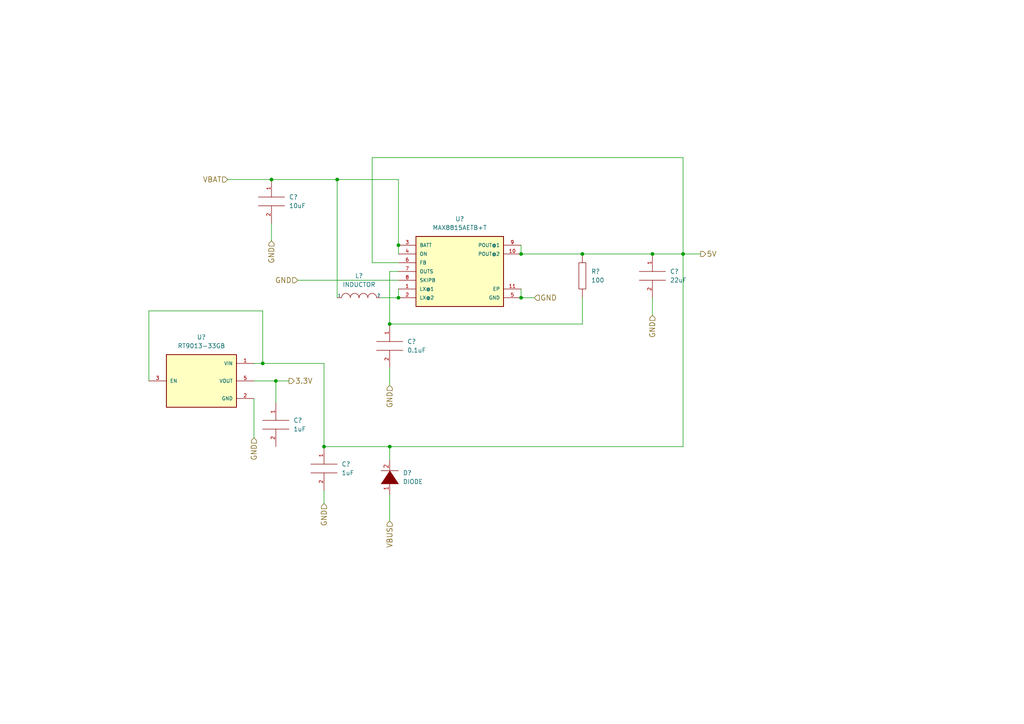
<source format=kicad_sch>
(kicad_sch (version 20211123) (generator eeschema)
  (paper "A4")
  (lib_symbols
    (symbol "MAX8815AETB_T:MAX8815AETB+T" (pin_names (offset 1.016))
      (property "Reference" "U" (at -12.7026 10.1621 0))
      (property "Value" "MAX8815AETB+T" (at -12.7164 -12.7164 0))
      (symbol "MAX8815AETB+T_0_0"
        (rectangle (start -12.7 -10.16) (end 12.7 10.16) (stroke (width 0.254)) (fill (type background)))
        (pin passive line (at -17.78 -5.08 0) (length 5.08) (name "LX@1") (number "1"))
        (pin output line (at 17.78 5.08 180) (length 5.08) (name "POUT@2") (number "10"))
        (pin power_in line (at 17.78 -5.08 180) (length 5.08) (name "EP") (number "11"))
        (pin passive line (at -17.78 -7.62 0) (length 5.08) (name "LX@2") (number "2"))
        (pin input line (at -17.78 7.62 0) (length 5.08) (name "BATT") (number "3"))
        (pin input line (at -17.78 5.08 0) (length 5.08) (name "ON") (number "4"))
        (pin power_in line (at 17.78 -7.62 180) (length 5.08) (name "GND") (number "5"))
        (pin input line (at -17.78 2.54 0) (length 5.08) (name "FB") (number "6"))
        (pin input line (at -17.78 0 0) (length 5.08) (name "OUTS") (number "7"))
        (pin input line (at -17.78 -2.54 0) (length 5.08) (name "SKIPB") (number "8"))
        (pin output line (at 17.78 7.62 180) (length 5.08) (name "POUT@1") (number "9"))
      )
    )
    (symbol "RT9013-33GB:RT9013-33GB" (pin_names (offset 1.016))
      (property "Reference" "U" (at -10.16 8.89 0))
      (property "Value" "RT9013-33GB" (at -10.16 -8.89 0))
      (symbol "RT9013-33GB_0_0"
        (rectangle (start -10.16 -7.62) (end 10.16 7.62) (stroke (width 0.254)) (fill (type background)))
        (pin power_in line (at 15.24 5.08 180) (length 5.08) (name "VIN") (number "1"))
        (pin power_in line (at 15.24 -5.08 180) (length 5.08) (name "GND") (number "2"))
        (pin input line (at -15.24 0 0) (length 5.08) (name "EN") (number "3"))
        (pin output line (at 15.24 0 180) (length 5.08) (name "VOUT") (number "5"))
      )
    )
    (symbol "pspice:C" (pin_names (offset 0.254))
      (property "Reference" "C" (at 2.54 3.81 90))
      (property "Value" "C" (at 2.54 -3.81 90))
      (symbol "C_0_1"
        (polyline (pts (xy -3.81 -1.27) (xy 3.81 -1.27)))
        (polyline (pts (xy -3.81 1.27) (xy 3.81 1.27)))
      )
      (symbol "C_1_1"
        (pin passive line (at 0 6.35 270) (length 5.08) (name "~") (number "1"))
        (pin passive line (at 0 -6.35 90) (length 5.08) (name "~") (number "2"))
      )
    )
    (symbol "pspice:DIODE" (pin_names (offset 1.016) hide)
      (property "Reference" "D" (at 0 3.81 0))
      (property "Value" "DIODE" (at 0 -4.445 0))
      (symbol "DIODE_0_1"
        (polyline (pts (xy 1.905 2.54) (xy 1.905 -2.54)))
        (polyline (pts (xy -1.905 2.54) (xy -1.905 -2.54) (xy 1.905 0)) (fill (type outline)))
      )
      (symbol "DIODE_1_1"
        (pin input line (at -5.08 0 0) (length 3.81) (name "K") (number "1"))
        (pin input line (at 5.08 0 180) (length 3.81) (name "A") (number "2"))
      )
    )
    (symbol "pspice:INDUCTOR" (pin_numbers hide) (pin_names (offset 0))
      (property "Reference" "L" (at 0 2.54 0))
      (property "Value" "INDUCTOR" (at 0 -1.27 0))
      (symbol "INDUCTOR_0_1"
        (arc (start -2.54 0) (mid -3.81 1.27) (end -5.08 0))
        (arc (start 0 0) (mid -1.27 1.27) (end -2.54 0))
        (arc (start 2.54 0) (mid 1.27 1.27) (end 0 0))
        (arc (start 5.08 0) (mid 3.81 1.27) (end 2.54 0))
      )
      (symbol "INDUCTOR_1_1"
        (pin input line (at -6.35 0 0) (length 1.27) (name "1") (number "1"))
        (pin input line (at 6.35 0 180) (length 1.27) (name "2") (number "2"))
      )
    )
    (symbol "pspice:R" (pin_numbers hide) (pin_names (offset 0))
      (property "Reference" "R" (at 2.032 0 90))
      (property "Value" "R" (at 0 0 90))
      (symbol "R_0_1"
        (rectangle (start -1.016 3.81) (end 1.016 -3.81))
      )
      (symbol "R_1_1"
        (pin passive line (at 0 6.35 270) (length 2.54) (name "~") (number "1"))
        (pin passive line (at 0 -6.35 90) (length 2.54) (name "~") (number "2"))
      )
    )
  )
  (junction (at 93.98 129.54))
  (junction (at 113.03 129.54))
  (junction (at 115.57 86.36))
  (junction (at 189.23 73.66))
  (junction (at 113.03 93.98))
  (junction (at 97.79 52.07))
  (junction (at 80.01 110.49))
  (junction (at 76.2 105.41))
  (junction (at 198.12 73.66))
  (junction (at 151.13 73.66))
  (junction (at 78.74 52.07))
  (junction (at 151.13 86.36))
  (junction (at 168.91 73.66))
  (junction (at 115.57 71.12))
  (wire (pts (xy 113.03 129.54) (xy 113.03 133.35)))
  (wire (pts (xy 107.95 76.2) (xy 107.95 45.72)))
  (wire (pts (xy 189.23 86.36) (xy 189.23 91.44)))
  (wire (pts (xy 43.18 110.49) (xy 43.18 90.17)))
  (wire (pts (xy 76.2 105.41) (xy 93.98 105.41)))
  (wire (pts (xy 151.13 71.12) (xy 151.13 73.66)))
  (wire (pts (xy 115.57 83.82) (xy 115.57 86.36)))
  (wire (pts (xy 115.57 76.2) (xy 107.95 76.2)))
  (wire (pts (xy 168.91 73.66) (xy 189.23 73.66)))
  (wire (pts (xy 80.01 110.49) (xy 80.01 116.84)))
  (wire (pts (xy 97.79 52.07) (xy 115.57 52.07)))
  (wire (pts (xy 93.98 142.24) (xy 93.98 146.05)))
  (wire (pts (xy 93.98 105.41) (xy 93.98 129.54)))
  (wire (pts (xy 86.36 81.28) (xy 115.57 81.28)))
  (wire (pts (xy 113.03 129.54) (xy 198.12 129.54)))
  (wire (pts (xy 76.2 90.17) (xy 76.2 105.41)))
  (wire (pts (xy 113.03 78.74) (xy 115.57 78.74)))
  (wire (pts (xy 198.12 45.72) (xy 198.12 73.66)))
  (wire (pts (xy 93.98 129.54) (xy 113.03 129.54)))
  (wire (pts (xy 113.03 106.68) (xy 113.03 111.76)))
  (wire (pts (xy 78.74 52.07) (xy 97.79 52.07)))
  (wire (pts (xy 151.13 73.66) (xy 168.91 73.66)))
  (wire (pts (xy 198.12 73.66) (xy 203.2 73.66)))
  (wire (pts (xy 107.95 45.72) (xy 198.12 45.72)))
  (wire (pts (xy 43.18 90.17) (xy 76.2 90.17)))
  (wire (pts (xy 73.66 110.49) (xy 80.01 110.49)))
  (wire (pts (xy 110.49 86.36) (xy 115.57 86.36)))
  (wire (pts (xy 113.03 93.98) (xy 113.03 78.74)))
  (wire (pts (xy 73.66 105.41) (xy 76.2 105.41)))
  (wire (pts (xy 113.03 143.51) (xy 113.03 151.13)))
  (wire (pts (xy 115.57 52.07) (xy 115.57 71.12)))
  (wire (pts (xy 151.13 86.36) (xy 154.94 86.36)))
  (wire (pts (xy 189.23 73.66) (xy 198.12 73.66)))
  (wire (pts (xy 80.01 110.49) (xy 83.82 110.49)))
  (wire (pts (xy 78.74 64.77) (xy 78.74 69.85)))
  (wire (pts (xy 73.66 115.57) (xy 73.66 127)))
  (wire (pts (xy 66.04 52.07) (xy 78.74 52.07)))
  (wire (pts (xy 97.79 52.07) (xy 97.79 86.36)))
  (wire (pts (xy 168.91 93.98) (xy 113.03 93.98)))
  (wire (pts (xy 115.57 71.12) (xy 115.57 73.66)))
  (wire (pts (xy 168.91 86.36) (xy 168.91 93.98)))
  (wire (pts (xy 151.13 83.82) (xy 151.13 86.36)))
  (wire (pts (xy 198.12 129.54) (xy 198.12 73.66)))
  (hierarchical_label "GND" (shape input) (at 86.36 81.28 180) (effects (font (size 1.524 1.524))))
  (hierarchical_label "GND" (shape input) (at 78.74 69.85 270) (effects (font (size 1.524 1.524))))
  (hierarchical_label "GND" (shape input) (at 73.66 127 270) (effects (font (size 1.524 1.524))))
  (hierarchical_label "GND" (shape input) (at 93.98 146.05 270) (effects (font (size 1.524 1.524))))
  (hierarchical_label "GND" (shape input) (at 113.03 111.76 270) (effects (font (size 1.524 1.524))))
  (hierarchical_label "VBUS" (shape input) (at 113.03 151.13 270) (effects (font (size 1.524 1.524))))
  (hierarchical_label "3.3V" (shape output) (at 83.82 110.49 0) (effects (font (size 1.524 1.524))))
  (hierarchical_label "5V" (shape output) (at 203.2 73.66 0) (effects (font (size 1.524 1.524))))
  (hierarchical_label "GND" (shape input) (at 154.94 86.36 0) (effects (font (size 1.524 1.524))))
  (hierarchical_label "GND" (shape input) (at 189.23 91.44 270) (effects (font (size 1.524 1.524))))
  (hierarchical_label "VBAT" (shape input) (at 66.04 52.07 180) (effects (font (size 1.524 1.524))))
  (symbol (lib_id "pspice:INDUCTOR") (at 104.14 86.36 0) (unit 1)
    (property "Reference" "L?" (at 104.14 80.01 0))
    (property "Value" "INDUCTOR" (at 104.14 82.55 0))
  )
  (symbol (lib_id "RT9013-33GB:RT9013-33GB") (at 58.42 110.49 0) (unit 1)
    (property "Reference" "U?" (at 58.42 97.79 0))
    (property "Value" "RT9013-33GB" (at 58.42 100.33 0))
    (property "Footprint" "SOT94P279X129-5N" (effects hide))
    (property "MANUFACTURER" "Richtek Technology" (effects hide))
    (property "PARTREV" "Aprill 2011" (effects hide))
    (property "MAXIMUM_PACKAGE_HEIGHT" "1.295 mm" (effects hide))
    (property "STANDARD" "IPC 7351B" (effects hide))
  )
  (symbol (lib_id "pspice:C") (at 93.98 135.89 0) (unit 1)
    (property "Reference" "C?" (at 99.06 134.6199 0) (effects (justify left)))
    (property "Value" "1uF" (at 99.06 137.1599 0) (effects (justify left)))
  )
  (symbol (lib_id "pspice:C") (at 78.74 58.42 0) (unit 1)
    (property "Reference" "C?" (at 83.82 57.1499 0) (effects (justify left)))
    (property "Value" "10uF" (at 83.82 59.6899 0) (effects (justify left)))
  )
  (symbol (lib_id "pspice:C") (at 113.03 100.33 0) (unit 1)
    (property "Reference" "C?" (at 118.11 99.0599 0) (effects (justify left)))
    (property "Value" "0.1uF" (at 118.11 101.5999 0) (effects (justify left)))
  )
  (symbol (lib_id "pspice:C") (at 189.23 80.01 0) (unit 1)
    (property "Reference" "C?" (at 194.31 78.7399 0) (effects (justify left)))
    (property "Value" "22uF" (at 194.31 81.2799 0) (effects (justify left)))
  )
  (symbol (lib_id "pspice:R") (at 168.91 80.01 0) (unit 1)
    (property "Reference" "R?" (at 171.45 78.7399 0) (effects (justify left)))
    (property "Value" "100" (at 171.45 81.2799 0) (effects (justify left)))
  )
  (symbol (lib_id "pspice:DIODE") (at 113.03 138.43 90) (unit 1)
    (property "Reference" "D?" (at 116.84 137.1599 90) (effects (justify right)))
    (property "Value" "DIODE" (at 116.84 139.6999 90) (effects (justify right)))
  )
  (symbol (lib_id "MAX8815AETB_T:MAX8815AETB+T") (at 133.35 78.74 0) (unit 1)
    (property "Reference" "U?" (at 133.35 63.5 0))
    (property "Value" "MAX8815AETB+T" (at 133.35 66.04 0))
    (property "Footprint" "SON50P300X300X80-11N" (effects hide))
    (property "MANUFACTURER" "MAXIM Semiconductor" (effects hide))
  )
  (symbol (lib_id "pspice:C") (at 80.01 123.19 0) (unit 1)
    (property "Reference" "C?" (at 85.09 121.9199 0) (effects (justify left)))
    (property "Value" "1uF" (at 85.09 124.4599 0) (effects (justify left)))
  )
)
</source>
